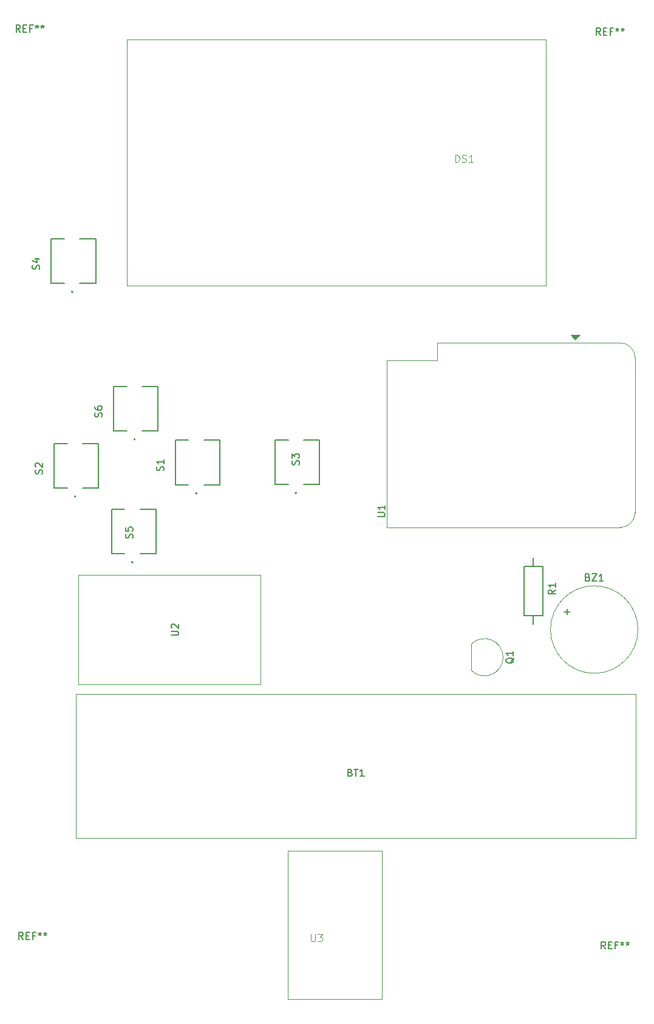
<source format=gbr>
%TF.GenerationSoftware,KiCad,Pcbnew,8.0.4*%
%TF.CreationDate,2024-09-22T22:20:49-05:00*%
%TF.ProjectId,proyecto_doom,70726f79-6563-4746-9f5f-646f6f6d2e6b,rev?*%
%TF.SameCoordinates,Original*%
%TF.FileFunction,Legend,Top*%
%TF.FilePolarity,Positive*%
%FSLAX46Y46*%
G04 Gerber Fmt 4.6, Leading zero omitted, Abs format (unit mm)*
G04 Created by KiCad (PCBNEW 8.0.4) date 2024-09-22 22:20:49*
%MOMM*%
%LPD*%
G01*
G04 APERTURE LIST*
%ADD10C,0.150000*%
%ADD11C,0.100000*%
%ADD12C,0.127000*%
%ADD13C,0.200000*%
%ADD14C,0.120000*%
G04 APERTURE END LIST*
D10*
X109322200Y-59068404D02*
X109369819Y-58925547D01*
X109369819Y-58925547D02*
X109369819Y-58687452D01*
X109369819Y-58687452D02*
X109322200Y-58592214D01*
X109322200Y-58592214D02*
X109274580Y-58544595D01*
X109274580Y-58544595D02*
X109179342Y-58496976D01*
X109179342Y-58496976D02*
X109084104Y-58496976D01*
X109084104Y-58496976D02*
X108988866Y-58544595D01*
X108988866Y-58544595D02*
X108941247Y-58592214D01*
X108941247Y-58592214D02*
X108893628Y-58687452D01*
X108893628Y-58687452D02*
X108846009Y-58877928D01*
X108846009Y-58877928D02*
X108798390Y-58973166D01*
X108798390Y-58973166D02*
X108750771Y-59020785D01*
X108750771Y-59020785D02*
X108655533Y-59068404D01*
X108655533Y-59068404D02*
X108560295Y-59068404D01*
X108560295Y-59068404D02*
X108465057Y-59020785D01*
X108465057Y-59020785D02*
X108417438Y-58973166D01*
X108417438Y-58973166D02*
X108369819Y-58877928D01*
X108369819Y-58877928D02*
X108369819Y-58639833D01*
X108369819Y-58639833D02*
X108417438Y-58496976D01*
X108703152Y-57639833D02*
X109369819Y-57639833D01*
X108322200Y-57877928D02*
X109036485Y-58116023D01*
X109036485Y-58116023D02*
X109036485Y-57496976D01*
X122307200Y-96524404D02*
X122354819Y-96381547D01*
X122354819Y-96381547D02*
X122354819Y-96143452D01*
X122354819Y-96143452D02*
X122307200Y-96048214D01*
X122307200Y-96048214D02*
X122259580Y-96000595D01*
X122259580Y-96000595D02*
X122164342Y-95952976D01*
X122164342Y-95952976D02*
X122069104Y-95952976D01*
X122069104Y-95952976D02*
X121973866Y-96000595D01*
X121973866Y-96000595D02*
X121926247Y-96048214D01*
X121926247Y-96048214D02*
X121878628Y-96143452D01*
X121878628Y-96143452D02*
X121831009Y-96333928D01*
X121831009Y-96333928D02*
X121783390Y-96429166D01*
X121783390Y-96429166D02*
X121735771Y-96476785D01*
X121735771Y-96476785D02*
X121640533Y-96524404D01*
X121640533Y-96524404D02*
X121545295Y-96524404D01*
X121545295Y-96524404D02*
X121450057Y-96476785D01*
X121450057Y-96476785D02*
X121402438Y-96429166D01*
X121402438Y-96429166D02*
X121354819Y-96333928D01*
X121354819Y-96333928D02*
X121354819Y-96095833D01*
X121354819Y-96095833D02*
X121402438Y-95952976D01*
X121354819Y-95048214D02*
X121354819Y-95524404D01*
X121354819Y-95524404D02*
X121831009Y-95572023D01*
X121831009Y-95572023D02*
X121783390Y-95524404D01*
X121783390Y-95524404D02*
X121735771Y-95429166D01*
X121735771Y-95429166D02*
X121735771Y-95191071D01*
X121735771Y-95191071D02*
X121783390Y-95095833D01*
X121783390Y-95095833D02*
X121831009Y-95048214D01*
X121831009Y-95048214D02*
X121926247Y-95000595D01*
X121926247Y-95000595D02*
X122164342Y-95000595D01*
X122164342Y-95000595D02*
X122259580Y-95048214D01*
X122259580Y-95048214D02*
X122307200Y-95095833D01*
X122307200Y-95095833D02*
X122354819Y-95191071D01*
X122354819Y-95191071D02*
X122354819Y-95429166D01*
X122354819Y-95429166D02*
X122307200Y-95524404D01*
X122307200Y-95524404D02*
X122259580Y-95572023D01*
X181289819Y-103741666D02*
X180813628Y-104074999D01*
X181289819Y-104313094D02*
X180289819Y-104313094D01*
X180289819Y-104313094D02*
X180289819Y-103932142D01*
X180289819Y-103932142D02*
X180337438Y-103836904D01*
X180337438Y-103836904D02*
X180385057Y-103789285D01*
X180385057Y-103789285D02*
X180480295Y-103741666D01*
X180480295Y-103741666D02*
X180623152Y-103741666D01*
X180623152Y-103741666D02*
X180718390Y-103789285D01*
X180718390Y-103789285D02*
X180766009Y-103836904D01*
X180766009Y-103836904D02*
X180813628Y-103932142D01*
X180813628Y-103932142D02*
X180813628Y-104313094D01*
X181289819Y-102789285D02*
X181289819Y-103360713D01*
X181289819Y-103074999D02*
X180289819Y-103074999D01*
X180289819Y-103074999D02*
X180432676Y-103170237D01*
X180432676Y-103170237D02*
X180527914Y-103265475D01*
X180527914Y-103265475D02*
X180575533Y-103360713D01*
X145507200Y-86299404D02*
X145554819Y-86156547D01*
X145554819Y-86156547D02*
X145554819Y-85918452D01*
X145554819Y-85918452D02*
X145507200Y-85823214D01*
X145507200Y-85823214D02*
X145459580Y-85775595D01*
X145459580Y-85775595D02*
X145364342Y-85727976D01*
X145364342Y-85727976D02*
X145269104Y-85727976D01*
X145269104Y-85727976D02*
X145173866Y-85775595D01*
X145173866Y-85775595D02*
X145126247Y-85823214D01*
X145126247Y-85823214D02*
X145078628Y-85918452D01*
X145078628Y-85918452D02*
X145031009Y-86108928D01*
X145031009Y-86108928D02*
X144983390Y-86204166D01*
X144983390Y-86204166D02*
X144935771Y-86251785D01*
X144935771Y-86251785D02*
X144840533Y-86299404D01*
X144840533Y-86299404D02*
X144745295Y-86299404D01*
X144745295Y-86299404D02*
X144650057Y-86251785D01*
X144650057Y-86251785D02*
X144602438Y-86204166D01*
X144602438Y-86204166D02*
X144554819Y-86108928D01*
X144554819Y-86108928D02*
X144554819Y-85870833D01*
X144554819Y-85870833D02*
X144602438Y-85727976D01*
X144554819Y-85394642D02*
X144554819Y-84775595D01*
X144554819Y-84775595D02*
X144935771Y-85108928D01*
X144935771Y-85108928D02*
X144935771Y-84966071D01*
X144935771Y-84966071D02*
X144983390Y-84870833D01*
X144983390Y-84870833D02*
X145031009Y-84823214D01*
X145031009Y-84823214D02*
X145126247Y-84775595D01*
X145126247Y-84775595D02*
X145364342Y-84775595D01*
X145364342Y-84775595D02*
X145459580Y-84823214D01*
X145459580Y-84823214D02*
X145507200Y-84870833D01*
X145507200Y-84870833D02*
X145554819Y-84966071D01*
X145554819Y-84966071D02*
X145554819Y-85251785D01*
X145554819Y-85251785D02*
X145507200Y-85347023D01*
X145507200Y-85347023D02*
X145459580Y-85394642D01*
X185819047Y-102001009D02*
X185961904Y-102048628D01*
X185961904Y-102048628D02*
X186009523Y-102096247D01*
X186009523Y-102096247D02*
X186057142Y-102191485D01*
X186057142Y-102191485D02*
X186057142Y-102334342D01*
X186057142Y-102334342D02*
X186009523Y-102429580D01*
X186009523Y-102429580D02*
X185961904Y-102477200D01*
X185961904Y-102477200D02*
X185866666Y-102524819D01*
X185866666Y-102524819D02*
X185485714Y-102524819D01*
X185485714Y-102524819D02*
X185485714Y-101524819D01*
X185485714Y-101524819D02*
X185819047Y-101524819D01*
X185819047Y-101524819D02*
X185914285Y-101572438D01*
X185914285Y-101572438D02*
X185961904Y-101620057D01*
X185961904Y-101620057D02*
X186009523Y-101715295D01*
X186009523Y-101715295D02*
X186009523Y-101810533D01*
X186009523Y-101810533D02*
X185961904Y-101905771D01*
X185961904Y-101905771D02*
X185914285Y-101953390D01*
X185914285Y-101953390D02*
X185819047Y-102001009D01*
X185819047Y-102001009D02*
X185485714Y-102001009D01*
X186390476Y-101524819D02*
X187057142Y-101524819D01*
X187057142Y-101524819D02*
X186390476Y-102524819D01*
X186390476Y-102524819D02*
X187057142Y-102524819D01*
X187961904Y-102524819D02*
X187390476Y-102524819D01*
X187676190Y-102524819D02*
X187676190Y-101524819D01*
X187676190Y-101524819D02*
X187580952Y-101667676D01*
X187580952Y-101667676D02*
X187485714Y-101762914D01*
X187485714Y-101762914D02*
X187390476Y-101810533D01*
X182509048Y-106803866D02*
X183270953Y-106803866D01*
X182890000Y-107184819D02*
X182890000Y-106422914D01*
X118022200Y-79630904D02*
X118069819Y-79488047D01*
X118069819Y-79488047D02*
X118069819Y-79249952D01*
X118069819Y-79249952D02*
X118022200Y-79154714D01*
X118022200Y-79154714D02*
X117974580Y-79107095D01*
X117974580Y-79107095D02*
X117879342Y-79059476D01*
X117879342Y-79059476D02*
X117784104Y-79059476D01*
X117784104Y-79059476D02*
X117688866Y-79107095D01*
X117688866Y-79107095D02*
X117641247Y-79154714D01*
X117641247Y-79154714D02*
X117593628Y-79249952D01*
X117593628Y-79249952D02*
X117546009Y-79440428D01*
X117546009Y-79440428D02*
X117498390Y-79535666D01*
X117498390Y-79535666D02*
X117450771Y-79583285D01*
X117450771Y-79583285D02*
X117355533Y-79630904D01*
X117355533Y-79630904D02*
X117260295Y-79630904D01*
X117260295Y-79630904D02*
X117165057Y-79583285D01*
X117165057Y-79583285D02*
X117117438Y-79535666D01*
X117117438Y-79535666D02*
X117069819Y-79440428D01*
X117069819Y-79440428D02*
X117069819Y-79202333D01*
X117069819Y-79202333D02*
X117117438Y-79059476D01*
X117069819Y-78202333D02*
X117069819Y-78392809D01*
X117069819Y-78392809D02*
X117117438Y-78488047D01*
X117117438Y-78488047D02*
X117165057Y-78535666D01*
X117165057Y-78535666D02*
X117307914Y-78630904D01*
X117307914Y-78630904D02*
X117498390Y-78678523D01*
X117498390Y-78678523D02*
X117879342Y-78678523D01*
X117879342Y-78678523D02*
X117974580Y-78630904D01*
X117974580Y-78630904D02*
X118022200Y-78583285D01*
X118022200Y-78583285D02*
X118069819Y-78488047D01*
X118069819Y-78488047D02*
X118069819Y-78297571D01*
X118069819Y-78297571D02*
X118022200Y-78202333D01*
X118022200Y-78202333D02*
X117974580Y-78154714D01*
X117974580Y-78154714D02*
X117879342Y-78107095D01*
X117879342Y-78107095D02*
X117641247Y-78107095D01*
X117641247Y-78107095D02*
X117546009Y-78154714D01*
X117546009Y-78154714D02*
X117498390Y-78202333D01*
X117498390Y-78202333D02*
X117450771Y-78297571D01*
X117450771Y-78297571D02*
X117450771Y-78488047D01*
X117450771Y-78488047D02*
X117498390Y-78583285D01*
X117498390Y-78583285D02*
X117546009Y-78630904D01*
X117546009Y-78630904D02*
X117641247Y-78678523D01*
X156499819Y-93549404D02*
X157309342Y-93549404D01*
X157309342Y-93549404D02*
X157404580Y-93501785D01*
X157404580Y-93501785D02*
X157452200Y-93454166D01*
X157452200Y-93454166D02*
X157499819Y-93358928D01*
X157499819Y-93358928D02*
X157499819Y-93168452D01*
X157499819Y-93168452D02*
X157452200Y-93073214D01*
X157452200Y-93073214D02*
X157404580Y-93025595D01*
X157404580Y-93025595D02*
X157309342Y-92977976D01*
X157309342Y-92977976D02*
X156499819Y-92977976D01*
X157499819Y-91977976D02*
X157499819Y-92549404D01*
X157499819Y-92263690D02*
X156499819Y-92263690D01*
X156499819Y-92263690D02*
X156642676Y-92358928D01*
X156642676Y-92358928D02*
X156737914Y-92454166D01*
X156737914Y-92454166D02*
X156785533Y-92549404D01*
X188266666Y-153754819D02*
X187933333Y-153278628D01*
X187695238Y-153754819D02*
X187695238Y-152754819D01*
X187695238Y-152754819D02*
X188076190Y-152754819D01*
X188076190Y-152754819D02*
X188171428Y-152802438D01*
X188171428Y-152802438D02*
X188219047Y-152850057D01*
X188219047Y-152850057D02*
X188266666Y-152945295D01*
X188266666Y-152945295D02*
X188266666Y-153088152D01*
X188266666Y-153088152D02*
X188219047Y-153183390D01*
X188219047Y-153183390D02*
X188171428Y-153231009D01*
X188171428Y-153231009D02*
X188076190Y-153278628D01*
X188076190Y-153278628D02*
X187695238Y-153278628D01*
X188695238Y-153231009D02*
X189028571Y-153231009D01*
X189171428Y-153754819D02*
X188695238Y-153754819D01*
X188695238Y-153754819D02*
X188695238Y-152754819D01*
X188695238Y-152754819D02*
X189171428Y-152754819D01*
X189933333Y-153231009D02*
X189600000Y-153231009D01*
X189600000Y-153754819D02*
X189600000Y-152754819D01*
X189600000Y-152754819D02*
X190076190Y-152754819D01*
X190600000Y-152754819D02*
X190600000Y-152992914D01*
X190361905Y-152897676D02*
X190600000Y-152992914D01*
X190600000Y-152992914D02*
X190838095Y-152897676D01*
X190457143Y-153183390D02*
X190600000Y-152992914D01*
X190600000Y-152992914D02*
X190742857Y-153183390D01*
X191361905Y-152754819D02*
X191361905Y-152992914D01*
X191123810Y-152897676D02*
X191361905Y-152992914D01*
X191361905Y-152992914D02*
X191600000Y-152897676D01*
X191219048Y-153183390D02*
X191361905Y-152992914D01*
X191361905Y-152992914D02*
X191504762Y-153183390D01*
X109722200Y-87568404D02*
X109769819Y-87425547D01*
X109769819Y-87425547D02*
X109769819Y-87187452D01*
X109769819Y-87187452D02*
X109722200Y-87092214D01*
X109722200Y-87092214D02*
X109674580Y-87044595D01*
X109674580Y-87044595D02*
X109579342Y-86996976D01*
X109579342Y-86996976D02*
X109484104Y-86996976D01*
X109484104Y-86996976D02*
X109388866Y-87044595D01*
X109388866Y-87044595D02*
X109341247Y-87092214D01*
X109341247Y-87092214D02*
X109293628Y-87187452D01*
X109293628Y-87187452D02*
X109246009Y-87377928D01*
X109246009Y-87377928D02*
X109198390Y-87473166D01*
X109198390Y-87473166D02*
X109150771Y-87520785D01*
X109150771Y-87520785D02*
X109055533Y-87568404D01*
X109055533Y-87568404D02*
X108960295Y-87568404D01*
X108960295Y-87568404D02*
X108865057Y-87520785D01*
X108865057Y-87520785D02*
X108817438Y-87473166D01*
X108817438Y-87473166D02*
X108769819Y-87377928D01*
X108769819Y-87377928D02*
X108769819Y-87139833D01*
X108769819Y-87139833D02*
X108817438Y-86996976D01*
X108865057Y-86616023D02*
X108817438Y-86568404D01*
X108817438Y-86568404D02*
X108769819Y-86473166D01*
X108769819Y-86473166D02*
X108769819Y-86235071D01*
X108769819Y-86235071D02*
X108817438Y-86139833D01*
X108817438Y-86139833D02*
X108865057Y-86092214D01*
X108865057Y-86092214D02*
X108960295Y-86044595D01*
X108960295Y-86044595D02*
X109055533Y-86044595D01*
X109055533Y-86044595D02*
X109198390Y-86092214D01*
X109198390Y-86092214D02*
X109769819Y-86663642D01*
X109769819Y-86663642D02*
X109769819Y-86044595D01*
X127724819Y-110061904D02*
X128534342Y-110061904D01*
X128534342Y-110061904D02*
X128629580Y-110014285D01*
X128629580Y-110014285D02*
X128677200Y-109966666D01*
X128677200Y-109966666D02*
X128724819Y-109871428D01*
X128724819Y-109871428D02*
X128724819Y-109680952D01*
X128724819Y-109680952D02*
X128677200Y-109585714D01*
X128677200Y-109585714D02*
X128629580Y-109538095D01*
X128629580Y-109538095D02*
X128534342Y-109490476D01*
X128534342Y-109490476D02*
X127724819Y-109490476D01*
X127820057Y-109061904D02*
X127772438Y-109014285D01*
X127772438Y-109014285D02*
X127724819Y-108919047D01*
X127724819Y-108919047D02*
X127724819Y-108680952D01*
X127724819Y-108680952D02*
X127772438Y-108585714D01*
X127772438Y-108585714D02*
X127820057Y-108538095D01*
X127820057Y-108538095D02*
X127915295Y-108490476D01*
X127915295Y-108490476D02*
X128010533Y-108490476D01*
X128010533Y-108490476D02*
X128153390Y-108538095D01*
X128153390Y-108538095D02*
X128724819Y-109109523D01*
X128724819Y-109109523D02*
X128724819Y-108490476D01*
X126622200Y-87130904D02*
X126669819Y-86988047D01*
X126669819Y-86988047D02*
X126669819Y-86749952D01*
X126669819Y-86749952D02*
X126622200Y-86654714D01*
X126622200Y-86654714D02*
X126574580Y-86607095D01*
X126574580Y-86607095D02*
X126479342Y-86559476D01*
X126479342Y-86559476D02*
X126384104Y-86559476D01*
X126384104Y-86559476D02*
X126288866Y-86607095D01*
X126288866Y-86607095D02*
X126241247Y-86654714D01*
X126241247Y-86654714D02*
X126193628Y-86749952D01*
X126193628Y-86749952D02*
X126146009Y-86940428D01*
X126146009Y-86940428D02*
X126098390Y-87035666D01*
X126098390Y-87035666D02*
X126050771Y-87083285D01*
X126050771Y-87083285D02*
X125955533Y-87130904D01*
X125955533Y-87130904D02*
X125860295Y-87130904D01*
X125860295Y-87130904D02*
X125765057Y-87083285D01*
X125765057Y-87083285D02*
X125717438Y-87035666D01*
X125717438Y-87035666D02*
X125669819Y-86940428D01*
X125669819Y-86940428D02*
X125669819Y-86702333D01*
X125669819Y-86702333D02*
X125717438Y-86559476D01*
X126669819Y-85607095D02*
X126669819Y-86178523D01*
X126669819Y-85892809D02*
X125669819Y-85892809D01*
X125669819Y-85892809D02*
X125812676Y-85988047D01*
X125812676Y-85988047D02*
X125907914Y-86083285D01*
X125907914Y-86083285D02*
X125955533Y-86178523D01*
X106666666Y-26054819D02*
X106333333Y-25578628D01*
X106095238Y-26054819D02*
X106095238Y-25054819D01*
X106095238Y-25054819D02*
X106476190Y-25054819D01*
X106476190Y-25054819D02*
X106571428Y-25102438D01*
X106571428Y-25102438D02*
X106619047Y-25150057D01*
X106619047Y-25150057D02*
X106666666Y-25245295D01*
X106666666Y-25245295D02*
X106666666Y-25388152D01*
X106666666Y-25388152D02*
X106619047Y-25483390D01*
X106619047Y-25483390D02*
X106571428Y-25531009D01*
X106571428Y-25531009D02*
X106476190Y-25578628D01*
X106476190Y-25578628D02*
X106095238Y-25578628D01*
X107095238Y-25531009D02*
X107428571Y-25531009D01*
X107571428Y-26054819D02*
X107095238Y-26054819D01*
X107095238Y-26054819D02*
X107095238Y-25054819D01*
X107095238Y-25054819D02*
X107571428Y-25054819D01*
X108333333Y-25531009D02*
X108000000Y-25531009D01*
X108000000Y-26054819D02*
X108000000Y-25054819D01*
X108000000Y-25054819D02*
X108476190Y-25054819D01*
X109000000Y-25054819D02*
X109000000Y-25292914D01*
X108761905Y-25197676D02*
X109000000Y-25292914D01*
X109000000Y-25292914D02*
X109238095Y-25197676D01*
X108857143Y-25483390D02*
X109000000Y-25292914D01*
X109000000Y-25292914D02*
X109142857Y-25483390D01*
X109761905Y-25054819D02*
X109761905Y-25292914D01*
X109523810Y-25197676D02*
X109761905Y-25292914D01*
X109761905Y-25292914D02*
X110000000Y-25197676D01*
X109619048Y-25483390D02*
X109761905Y-25292914D01*
X109761905Y-25292914D02*
X109904762Y-25483390D01*
X175510057Y-113225238D02*
X175462438Y-113320476D01*
X175462438Y-113320476D02*
X175367200Y-113415714D01*
X175367200Y-113415714D02*
X175224342Y-113558571D01*
X175224342Y-113558571D02*
X175176723Y-113653809D01*
X175176723Y-113653809D02*
X175176723Y-113749047D01*
X175414819Y-113701428D02*
X175367200Y-113796666D01*
X175367200Y-113796666D02*
X175271961Y-113891904D01*
X175271961Y-113891904D02*
X175081485Y-113939523D01*
X175081485Y-113939523D02*
X174748152Y-113939523D01*
X174748152Y-113939523D02*
X174557676Y-113891904D01*
X174557676Y-113891904D02*
X174462438Y-113796666D01*
X174462438Y-113796666D02*
X174414819Y-113701428D01*
X174414819Y-113701428D02*
X174414819Y-113510952D01*
X174414819Y-113510952D02*
X174462438Y-113415714D01*
X174462438Y-113415714D02*
X174557676Y-113320476D01*
X174557676Y-113320476D02*
X174748152Y-113272857D01*
X174748152Y-113272857D02*
X175081485Y-113272857D01*
X175081485Y-113272857D02*
X175271961Y-113320476D01*
X175271961Y-113320476D02*
X175367200Y-113415714D01*
X175367200Y-113415714D02*
X175414819Y-113510952D01*
X175414819Y-113510952D02*
X175414819Y-113701428D01*
X175414819Y-112320476D02*
X175414819Y-112891904D01*
X175414819Y-112606190D02*
X174414819Y-112606190D01*
X174414819Y-112606190D02*
X174557676Y-112701428D01*
X174557676Y-112701428D02*
X174652914Y-112796666D01*
X174652914Y-112796666D02*
X174700533Y-112891904D01*
D11*
X147203095Y-151727419D02*
X147203095Y-152536942D01*
X147203095Y-152536942D02*
X147250714Y-152632180D01*
X147250714Y-152632180D02*
X147298333Y-152679800D01*
X147298333Y-152679800D02*
X147393571Y-152727419D01*
X147393571Y-152727419D02*
X147584047Y-152727419D01*
X147584047Y-152727419D02*
X147679285Y-152679800D01*
X147679285Y-152679800D02*
X147726904Y-152632180D01*
X147726904Y-152632180D02*
X147774523Y-152536942D01*
X147774523Y-152536942D02*
X147774523Y-151727419D01*
X148155476Y-151727419D02*
X148774523Y-151727419D01*
X148774523Y-151727419D02*
X148441190Y-152108371D01*
X148441190Y-152108371D02*
X148584047Y-152108371D01*
X148584047Y-152108371D02*
X148679285Y-152155990D01*
X148679285Y-152155990D02*
X148726904Y-152203609D01*
X148726904Y-152203609D02*
X148774523Y-152298847D01*
X148774523Y-152298847D02*
X148774523Y-152536942D01*
X148774523Y-152536942D02*
X148726904Y-152632180D01*
X148726904Y-152632180D02*
X148679285Y-152679800D01*
X148679285Y-152679800D02*
X148584047Y-152727419D01*
X148584047Y-152727419D02*
X148298333Y-152727419D01*
X148298333Y-152727419D02*
X148203095Y-152679800D01*
X148203095Y-152679800D02*
X148155476Y-152632180D01*
D10*
X107066666Y-152454819D02*
X106733333Y-151978628D01*
X106495238Y-152454819D02*
X106495238Y-151454819D01*
X106495238Y-151454819D02*
X106876190Y-151454819D01*
X106876190Y-151454819D02*
X106971428Y-151502438D01*
X106971428Y-151502438D02*
X107019047Y-151550057D01*
X107019047Y-151550057D02*
X107066666Y-151645295D01*
X107066666Y-151645295D02*
X107066666Y-151788152D01*
X107066666Y-151788152D02*
X107019047Y-151883390D01*
X107019047Y-151883390D02*
X106971428Y-151931009D01*
X106971428Y-151931009D02*
X106876190Y-151978628D01*
X106876190Y-151978628D02*
X106495238Y-151978628D01*
X107495238Y-151931009D02*
X107828571Y-151931009D01*
X107971428Y-152454819D02*
X107495238Y-152454819D01*
X107495238Y-152454819D02*
X107495238Y-151454819D01*
X107495238Y-151454819D02*
X107971428Y-151454819D01*
X108733333Y-151931009D02*
X108400000Y-151931009D01*
X108400000Y-152454819D02*
X108400000Y-151454819D01*
X108400000Y-151454819D02*
X108876190Y-151454819D01*
X109400000Y-151454819D02*
X109400000Y-151692914D01*
X109161905Y-151597676D02*
X109400000Y-151692914D01*
X109400000Y-151692914D02*
X109638095Y-151597676D01*
X109257143Y-151883390D02*
X109400000Y-151692914D01*
X109400000Y-151692914D02*
X109542857Y-151883390D01*
X110161905Y-151454819D02*
X110161905Y-151692914D01*
X109923810Y-151597676D02*
X110161905Y-151692914D01*
X110161905Y-151692914D02*
X110400000Y-151597676D01*
X110019048Y-151883390D02*
X110161905Y-151692914D01*
X110161905Y-151692914D02*
X110304762Y-151883390D01*
X187566666Y-26454819D02*
X187233333Y-25978628D01*
X186995238Y-26454819D02*
X186995238Y-25454819D01*
X186995238Y-25454819D02*
X187376190Y-25454819D01*
X187376190Y-25454819D02*
X187471428Y-25502438D01*
X187471428Y-25502438D02*
X187519047Y-25550057D01*
X187519047Y-25550057D02*
X187566666Y-25645295D01*
X187566666Y-25645295D02*
X187566666Y-25788152D01*
X187566666Y-25788152D02*
X187519047Y-25883390D01*
X187519047Y-25883390D02*
X187471428Y-25931009D01*
X187471428Y-25931009D02*
X187376190Y-25978628D01*
X187376190Y-25978628D02*
X186995238Y-25978628D01*
X187995238Y-25931009D02*
X188328571Y-25931009D01*
X188471428Y-26454819D02*
X187995238Y-26454819D01*
X187995238Y-26454819D02*
X187995238Y-25454819D01*
X187995238Y-25454819D02*
X188471428Y-25454819D01*
X189233333Y-25931009D02*
X188900000Y-25931009D01*
X188900000Y-26454819D02*
X188900000Y-25454819D01*
X188900000Y-25454819D02*
X189376190Y-25454819D01*
X189900000Y-25454819D02*
X189900000Y-25692914D01*
X189661905Y-25597676D02*
X189900000Y-25692914D01*
X189900000Y-25692914D02*
X190138095Y-25597676D01*
X189757143Y-25883390D02*
X189900000Y-25692914D01*
X189900000Y-25692914D02*
X190042857Y-25883390D01*
X190661905Y-25454819D02*
X190661905Y-25692914D01*
X190423810Y-25597676D02*
X190661905Y-25692914D01*
X190661905Y-25692914D02*
X190900000Y-25597676D01*
X190519048Y-25883390D02*
X190661905Y-25692914D01*
X190661905Y-25692914D02*
X190804762Y-25883390D01*
D11*
X167330714Y-44127419D02*
X167330714Y-43127419D01*
X167330714Y-43127419D02*
X167568809Y-43127419D01*
X167568809Y-43127419D02*
X167711666Y-43175038D01*
X167711666Y-43175038D02*
X167806904Y-43270276D01*
X167806904Y-43270276D02*
X167854523Y-43365514D01*
X167854523Y-43365514D02*
X167902142Y-43555990D01*
X167902142Y-43555990D02*
X167902142Y-43698847D01*
X167902142Y-43698847D02*
X167854523Y-43889323D01*
X167854523Y-43889323D02*
X167806904Y-43984561D01*
X167806904Y-43984561D02*
X167711666Y-44079800D01*
X167711666Y-44079800D02*
X167568809Y-44127419D01*
X167568809Y-44127419D02*
X167330714Y-44127419D01*
X168283095Y-44079800D02*
X168425952Y-44127419D01*
X168425952Y-44127419D02*
X168664047Y-44127419D01*
X168664047Y-44127419D02*
X168759285Y-44079800D01*
X168759285Y-44079800D02*
X168806904Y-44032180D01*
X168806904Y-44032180D02*
X168854523Y-43936942D01*
X168854523Y-43936942D02*
X168854523Y-43841704D01*
X168854523Y-43841704D02*
X168806904Y-43746466D01*
X168806904Y-43746466D02*
X168759285Y-43698847D01*
X168759285Y-43698847D02*
X168664047Y-43651228D01*
X168664047Y-43651228D02*
X168473571Y-43603609D01*
X168473571Y-43603609D02*
X168378333Y-43555990D01*
X168378333Y-43555990D02*
X168330714Y-43508371D01*
X168330714Y-43508371D02*
X168283095Y-43413133D01*
X168283095Y-43413133D02*
X168283095Y-43317895D01*
X168283095Y-43317895D02*
X168330714Y-43222657D01*
X168330714Y-43222657D02*
X168378333Y-43175038D01*
X168378333Y-43175038D02*
X168473571Y-43127419D01*
X168473571Y-43127419D02*
X168711666Y-43127419D01*
X168711666Y-43127419D02*
X168854523Y-43175038D01*
X169806904Y-44127419D02*
X169235476Y-44127419D01*
X169521190Y-44127419D02*
X169521190Y-43127419D01*
X169521190Y-43127419D02*
X169425952Y-43270276D01*
X169425952Y-43270276D02*
X169330714Y-43365514D01*
X169330714Y-43365514D02*
X169235476Y-43413133D01*
D10*
X152679285Y-129201009D02*
X152822142Y-129248628D01*
X152822142Y-129248628D02*
X152869761Y-129296247D01*
X152869761Y-129296247D02*
X152917380Y-129391485D01*
X152917380Y-129391485D02*
X152917380Y-129534342D01*
X152917380Y-129534342D02*
X152869761Y-129629580D01*
X152869761Y-129629580D02*
X152822142Y-129677200D01*
X152822142Y-129677200D02*
X152726904Y-129724819D01*
X152726904Y-129724819D02*
X152345952Y-129724819D01*
X152345952Y-129724819D02*
X152345952Y-128724819D01*
X152345952Y-128724819D02*
X152679285Y-128724819D01*
X152679285Y-128724819D02*
X152774523Y-128772438D01*
X152774523Y-128772438D02*
X152822142Y-128820057D01*
X152822142Y-128820057D02*
X152869761Y-128915295D01*
X152869761Y-128915295D02*
X152869761Y-129010533D01*
X152869761Y-129010533D02*
X152822142Y-129105771D01*
X152822142Y-129105771D02*
X152774523Y-129153390D01*
X152774523Y-129153390D02*
X152679285Y-129201009D01*
X152679285Y-129201009D02*
X152345952Y-129201009D01*
X153203095Y-128724819D02*
X153774523Y-128724819D01*
X153488809Y-129724819D02*
X153488809Y-128724819D01*
X154631666Y-129724819D02*
X154060238Y-129724819D01*
X154345952Y-129724819D02*
X154345952Y-128724819D01*
X154345952Y-128724819D02*
X154250714Y-128867676D01*
X154250714Y-128867676D02*
X154155476Y-128962914D01*
X154155476Y-128962914D02*
X154060238Y-129010533D01*
D12*
%TO.C,S4*%
X111000000Y-54837500D02*
X112826000Y-54837500D01*
X111000000Y-61037500D02*
X111000000Y-54837500D01*
X112826000Y-61037500D02*
X111000000Y-61037500D01*
X117200000Y-54837500D02*
X114974000Y-54837500D01*
X117200000Y-54837500D02*
X117200000Y-61037500D01*
X117200000Y-61037500D02*
X114974000Y-61037500D01*
D13*
X114000000Y-62231500D02*
G75*
G02*
X113800000Y-62231500I-100000J0D01*
G01*
X113800000Y-62231500D02*
G75*
G02*
X114000000Y-62231500I100000J0D01*
G01*
D12*
%TO.C,S5*%
X119400000Y-92500000D02*
X121226000Y-92500000D01*
X119400000Y-98700000D02*
X119400000Y-92500000D01*
X121226000Y-98700000D02*
X119400000Y-98700000D01*
X125600000Y-92500000D02*
X123374000Y-92500000D01*
X125600000Y-92500000D02*
X125600000Y-98700000D01*
X125600000Y-98700000D02*
X123374000Y-98700000D01*
D13*
X122400000Y-99894000D02*
G75*
G02*
X122200000Y-99894000I-100000J0D01*
G01*
X122200000Y-99894000D02*
G75*
G02*
X122400000Y-99894000I100000J0D01*
G01*
D12*
%TO.C,R1*%
X176900000Y-100500000D02*
X176900000Y-107300000D01*
X176900000Y-107300000D02*
X178200000Y-107300000D01*
X178200000Y-99320000D02*
X178200000Y-100500000D01*
X178200000Y-100500000D02*
X176900000Y-100500000D01*
X178200000Y-107300000D02*
X179500000Y-107300000D01*
X178200000Y-108480000D02*
X178200000Y-107300000D01*
X179500000Y-100500000D02*
X178200000Y-100500000D01*
X179500000Y-107300000D02*
X179500000Y-100500000D01*
%TO.C,S3*%
X142200000Y-82837500D02*
X144026000Y-82837500D01*
X142200000Y-89037500D02*
X142200000Y-82837500D01*
X144026000Y-89037500D02*
X142200000Y-89037500D01*
X148400000Y-82837500D02*
X146174000Y-82837500D01*
X148400000Y-82837500D02*
X148400000Y-89037500D01*
X148400000Y-89037500D02*
X146174000Y-89037500D01*
D13*
X145200000Y-90231500D02*
G75*
G02*
X145000000Y-90231500I-100000J0D01*
G01*
X145000000Y-90231500D02*
G75*
G02*
X145200000Y-90231500I100000J0D01*
G01*
D14*
%TO.C,BZ1*%
X192800000Y-109270000D02*
G75*
G02*
X180600000Y-109270000I-6100000J0D01*
G01*
X180600000Y-109270000D02*
G75*
G02*
X192800000Y-109270000I6100000J0D01*
G01*
D12*
%TO.C,S6*%
X119700000Y-75400000D02*
X121526000Y-75400000D01*
X119700000Y-81600000D02*
X119700000Y-75400000D01*
X121526000Y-81600000D02*
X119700000Y-81600000D01*
X125900000Y-75400000D02*
X123674000Y-75400000D01*
X125900000Y-75400000D02*
X125900000Y-81600000D01*
X125900000Y-81600000D02*
X123674000Y-81600000D01*
D13*
X122700000Y-82794000D02*
G75*
G02*
X122500000Y-82794000I-100000J0D01*
G01*
X122500000Y-82794000D02*
G75*
G02*
X122700000Y-82794000I100000J0D01*
G01*
D14*
%TO.C,U1*%
X157795000Y-71787500D02*
X157795000Y-95037500D01*
X157795000Y-95037500D02*
X190345000Y-95037500D01*
X164795000Y-69337500D02*
X164795000Y-71787500D01*
X164795000Y-69337500D02*
X190345000Y-69337500D01*
X164795000Y-71787500D02*
X157795000Y-71787500D01*
X192395000Y-92987500D02*
X192395000Y-71387500D01*
X190345000Y-69337500D02*
G75*
G02*
X192395000Y-71387500I0J-2050000D01*
G01*
X192395000Y-92987500D02*
G75*
G02*
X190345000Y-95037500I-2050000J0D01*
G01*
X184045000Y-68882500D02*
X183410000Y-68247500D01*
X184680000Y-68247500D01*
X184045000Y-68882500D01*
G36*
X184045000Y-68882500D02*
G01*
X183410000Y-68247500D01*
X184680000Y-68247500D01*
X184045000Y-68882500D01*
G37*
D12*
%TO.C,S2*%
X111400000Y-83337500D02*
X113226000Y-83337500D01*
X111400000Y-89537500D02*
X111400000Y-83337500D01*
X113226000Y-89537500D02*
X111400000Y-89537500D01*
X117600000Y-83337500D02*
X115374000Y-83337500D01*
X117600000Y-83337500D02*
X117600000Y-89537500D01*
X117600000Y-89537500D02*
X115374000Y-89537500D01*
D13*
X114400000Y-90731500D02*
G75*
G02*
X114200000Y-90731500I-100000J0D01*
G01*
X114200000Y-90731500D02*
G75*
G02*
X114400000Y-90731500I100000J0D01*
G01*
%TO.C,U2*%
D14*
X114800000Y-116920000D02*
X140200000Y-116920000D01*
X140200000Y-101680000D01*
X114800000Y-101680000D01*
X114800000Y-116920000D01*
D12*
%TO.C,S1*%
X128300000Y-82900000D02*
X130126000Y-82900000D01*
X128300000Y-89100000D02*
X128300000Y-82900000D01*
X130126000Y-89100000D02*
X128300000Y-89100000D01*
X134500000Y-82900000D02*
X132274000Y-82900000D01*
X134500000Y-82900000D02*
X134500000Y-89100000D01*
X134500000Y-89100000D02*
X132274000Y-89100000D01*
D13*
X131300000Y-90294000D02*
G75*
G02*
X131100000Y-90294000I-100000J0D01*
G01*
X131100000Y-90294000D02*
G75*
G02*
X131300000Y-90294000I100000J0D01*
G01*
D14*
%TO.C,Q1*%
X169550000Y-111330000D02*
X169550000Y-114930000D01*
X169561522Y-111291522D02*
G75*
G02*
X174000001Y-113130000I1838478J-1838478D01*
G01*
X174000000Y-113130000D02*
G75*
G02*
X169561522Y-114968478I-2600000J0D01*
G01*
%TO.C,U3*%
X157085000Y-140070000D02*
X143965000Y-140070000D01*
X143965000Y-160770000D01*
X157085000Y-160770000D01*
X157085000Y-140070000D01*
%TO.C,DS1*%
D11*
X121555000Y-27025000D02*
X179975000Y-27025000D01*
X179975000Y-61315000D01*
X121555000Y-61315000D01*
X121555000Y-27025000D01*
D14*
%TO.C,BT1*%
X114465000Y-118220000D02*
X192465000Y-118220000D01*
X114465000Y-138320000D02*
X114465000Y-118220000D01*
X192465000Y-118220000D02*
X192465000Y-138320000D01*
X192465000Y-138320000D02*
X114465000Y-138320000D01*
%TD*%
M02*

</source>
